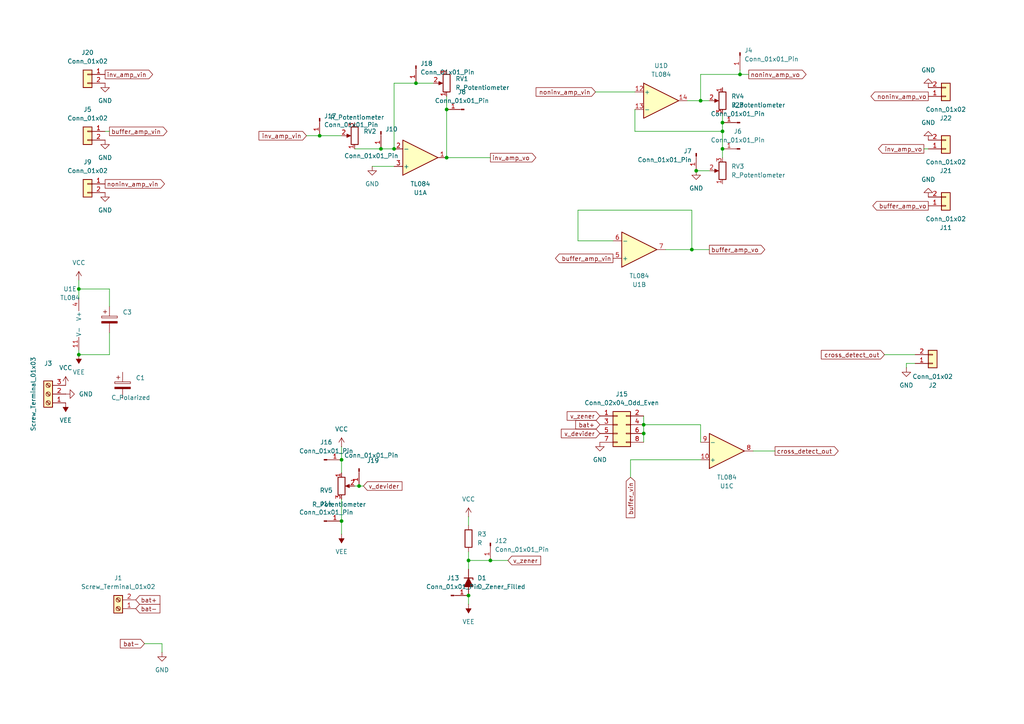
<source format=kicad_sch>
(kicad_sch (version 20250114) (generator "eeschema") (generator_version "9.0")
  (paper "A4")
  (lib_symbols
    (symbol "Amplifier_Operational:TL084" (pin_names (offset 0.127))
      (property "Reference" "U" (at 0 5.08 0))
      (property "Value" "TL084" (at 0 -5.08 0))
      (symbol "TL084_1_1"
        (polyline (pts (xy -5.08 5.08) (xy 5.08 0) (xy -5.08 -5.08) (xy -5.08 5.08)) (stroke (width 0.254)) (fill (type background)))
        (pin input line (at -7.62 2.54 0) (length 2.54) (name "+") (number "3"))
        (pin input line (at -7.62 -2.54 0) (length 2.54) (name "-") (number "2"))
        (pin output line (at 7.62 0 180) (length 2.54) (name "~") (number "1"))
      )
      (symbol "TL084_2_1"
        (polyline (pts (xy -5.08 5.08) (xy 5.08 0) (xy -5.08 -5.08) (xy -5.08 5.08)) (stroke (width 0.254)) (fill (type background)))
        (pin input line (at -7.62 2.54 0) (length 2.54) (name "+") (number "5"))
        (pin input line (at -7.62 -2.54 0) (length 2.54) (name "-") (number "6"))
        (pin output line (at 7.62 0 180) (length 2.54) (name "~") (number "7"))
      )
      (symbol "TL084_3_1"
        (polyline (pts (xy -5.08 5.08) (xy 5.08 0) (xy -5.08 -5.08) (xy -5.08 5.08)) (stroke (width 0.254)) (fill (type background)))
        (pin input line (at -7.62 2.54 0) (length 2.54) (name "+") (number "10"))
        (pin input line (at -7.62 -2.54 0) (length 2.54) (name "-") (number "9"))
        (pin output line (at 7.62 0 180) (length 2.54) (name "~") (number "8"))
      )
      (symbol "TL084_4_1"
        (polyline (pts (xy -5.08 5.08) (xy 5.08 0) (xy -5.08 -5.08) (xy -5.08 5.08)) (stroke (width 0.254)) (fill (type background)))
        (pin input line (at -7.62 2.54 0) (length 2.54) (name "+") (number "12"))
        (pin input line (at -7.62 -2.54 0) (length 2.54) (name "-") (number "13"))
        (pin output line (at 7.62 0 180) (length 2.54) (name "~") (number "14"))
      )
      (symbol "TL084_5_1"
        (pin power_in line (at -2.54 7.62 270) (length 3.81) (name "V+") (number "4"))
        (pin power_in line (at -2.54 -7.62 90) (length 3.81) (name "V-") (number "11"))
      )
    )
    (symbol "Connector:Conn_01x01_Pin" (pin_names (offset 1.016) (hide yes))
      (property "Reference" "J" (at 0 2.54 0))
      (property "Value" "Conn_01x01_Pin" (at 0 -2.54 0))
      (symbol "Conn_01x01_Pin_1_1"
        (rectangle (start 0.8636 0.127) (end 0 -0.127) (stroke (width 0.1524)) (fill (type outline)))
        (polyline (pts (xy 1.27 0) (xy 0.8636 0)) (stroke (width 0.1524)))
        (pin passive line (at 5.08 0 180) (length 3.81) (name "Pin_1") (number "1"))
      )
    )
    (symbol "Connector:Screw_Terminal_01x02" (pin_names (offset 1.016) (hide yes))
      (property "Reference" "J" (at 0 2.54 0))
      (property "Value" "Screw_Terminal_01x02" (at 0 -5.08 0))
      (symbol "Screw_Terminal_01x02_1_1"
        (rectangle (start -1.27 1.27) (end 1.27 -3.81) (stroke (width 0.254)) (fill (type background)))
        (polyline (pts (xy -0.5334 0.3302) (xy 0.3302 -0.508)) (stroke (width 0.1524)))
        (polyline (pts (xy -0.5334 -2.2098) (xy 0.3302 -3.048)) (stroke (width 0.1524)))
        (polyline (pts (xy -0.3556 0.508) (xy 0.508 -0.3302)) (stroke (width 0.1524)))
        (polyline (pts (xy -0.3556 -2.032) (xy 0.508 -2.8702)) (stroke (width 0.1524)))
        (circle (center 0 0) (radius 0.635) (stroke (width 0.1524)))
        (circle (center 0 -2.54) (radius 0.635) (stroke (width 0.1524)))
        (pin passive line (at -5.08 0 0) (length 3.81) (name "Pin_1") (number "1"))
        (pin passive line (at -5.08 -2.54 0) (length 3.81) (name "Pin_2") (number "2"))
      )
    )
    (symbol "Connector:Screw_Terminal_01x03" (pin_names (offset 1.016) (hide yes))
      (property "Reference" "J" (at 0 5.08 0))
      (property "Value" "Screw_Terminal_01x03" (at 0 -5.08 0))
      (symbol "Screw_Terminal_01x03_1_1"
        (rectangle (start -1.27 3.81) (end 1.27 -3.81) (stroke (width 0.254)) (fill (type background)))
        (polyline (pts (xy -0.5334 2.8702) (xy 0.3302 2.032)) (stroke (width 0.1524)))
        (polyline (pts (xy -0.5334 0.3302) (xy 0.3302 -0.508)) (stroke (width 0.1524)))
        (polyline (pts (xy -0.5334 -2.2098) (xy 0.3302 -3.048)) (stroke (width 0.1524)))
        (polyline (pts (xy -0.3556 3.048) (xy 0.508 2.2098)) (stroke (width 0.1524)))
        (polyline (pts (xy -0.3556 0.508) (xy 0.508 -0.3302)) (stroke (width 0.1524)))
        (polyline (pts (xy -0.3556 -2.032) (xy 0.508 -2.8702)) (stroke (width 0.1524)))
        (circle (center 0 2.54) (radius 0.635) (stroke (width 0.1524)))
        (circle (center 0 0) (radius 0.635) (stroke (width 0.1524)))
        (circle (center 0 -2.54) (radius 0.635) (stroke (width 0.1524)))
        (pin passive line (at -5.08 2.54 0) (length 3.81) (name "Pin_1") (number "1"))
        (pin passive line (at -5.08 0 0) (length 3.81) (name "Pin_2") (number "2"))
        (pin passive line (at -5.08 -2.54 0) (length 3.81) (name "Pin_3") (number "3"))
      )
    )
    (symbol "Connector_Generic:Conn_01x02" (pin_names (offset 1.016) (hide yes))
      (property "Reference" "J" (at 0 2.54 0))
      (property "Value" "Conn_01x02" (at 0 -5.08 0))
      (symbol "Conn_01x02_1_1"
        (rectangle (start -1.27 1.27) (end 1.27 -3.81) (stroke (width 0.254)) (fill (type background)))
        (rectangle (start -1.27 0.127) (end 0 -0.127) (stroke (width 0.1524)))
        (rectangle (start -1.27 -2.413) (end 0 -2.667) (stroke (width 0.1524)))
        (pin passive line (at -5.08 0 0) (length 3.81) (name "Pin_1") (number "1"))
        (pin passive line (at -5.08 -2.54 0) (length 3.81) (name "Pin_2") (number "2"))
      )
    )
    (symbol "Connector_Generic:Conn_02x04_Odd_Even" (pin_names (offset 1.016) (hide yes))
      (property "Reference" "J" (at 1.27 5.08 0))
      (property "Value" "Conn_02x04_Odd_Even" (at 1.27 -7.62 0))
      (symbol "Conn_02x04_Odd_Even_1_1"
        (rectangle (start -1.27 3.81) (end 3.81 -6.35) (stroke (width 0.254)) (fill (type background)))
        (rectangle (start -1.27 2.667) (end 0 2.413) (stroke (width 0.1524)))
        (rectangle (start -1.27 0.127) (end 0 -0.127) (stroke (width 0.1524)))
        (rectangle (start -1.27 -2.413) (end 0 -2.667) (stroke (width 0.1524)))
        (rectangle (start -1.27 -4.953) (end 0 -5.207) (stroke (width 0.1524)))
        (rectangle (start 3.81 2.667) (end 2.54 2.413) (stroke (width 0.1524)))
        (rectangle (start 3.81 0.127) (end 2.54 -0.127) (stroke (width 0.1524)))
        (rectangle (start 3.81 -2.413) (end 2.54 -2.667) (stroke (width 0.1524)))
        (rectangle (start 3.81 -4.953) (end 2.54 -5.207) (stroke (width 0.1524)))
        (pin passive line (at -5.08 2.54 0) (length 3.81) (name "Pin_1") (number "1"))
        (pin passive line (at -5.08 0 0) (length 3.81) (name "Pin_3") (number "3"))
        (pin passive line (at -5.08 -2.54 0) (length 3.81) (name "Pin_5") (number "5"))
        (pin passive line (at -5.08 -5.08 0) (length 3.81) (name "Pin_7") (number "7"))
        (pin passive line (at 7.62 2.54 180) (length 3.81) (name "Pin_2") (number "2"))
        (pin passive line (at 7.62 0 180) (length 3.81) (name "Pin_4") (number "4"))
        (pin passive line (at 7.62 -2.54 180) (length 3.81) (name "Pin_6") (number "6"))
        (pin passive line (at 7.62 -5.08 180) (length 3.81) (name "Pin_8") (number "8"))
      )
    )
    (symbol "Device:C_Polarized" (pin_numbers (hide yes)) (pin_names (offset 0.254))
      (property "Reference" "C" (at 0.635 2.54 0))
      (property "Value" "C_Polarized" (at 0.635 -2.54 0))
      (symbol "C_Polarized_0_1"
        (rectangle (start -2.286 0.508) (end 2.286 1.016))
        (polyline (pts (xy -1.778 2.286) (xy -0.762 2.286)))
        (polyline (pts (xy -1.27 2.794) (xy -1.27 1.778)))
        (rectangle (start 2.286 -0.508) (end -2.286 -1.016) (fill (type outline)))
      )
      (symbol "C_Polarized_1_1"
        (pin passive line (at 0 3.81 270) (length 2.794) (name "~") (number "1"))
        (pin passive line (at 0 -3.81 90) (length 2.794) (name "~") (number "2"))
      )
    )
    (symbol "Device:D_Zener_Filled" (pin_numbers (hide yes)) (pin_names (offset 1.016) (hide yes))
      (property "Reference" "D" (at 0 2.54 0))
      (property "Value" "D_Zener_Filled" (at 0 -2.54 0))
      (symbol "D_Zener_Filled_0_1"
        (polyline (pts (xy -1.27 -1.27) (xy -1.27 1.27) (xy -0.762 1.27)) (stroke (width 0.254)))
        (polyline (pts (xy 1.27 0) (xy -1.27 0)))
        (polyline (pts (xy 1.27 -1.27) (xy 1.27 1.27) (xy -1.27 0) (xy 1.27 -1.27)) (stroke (width 0.254)) (fill (type outline)))
      )
      (symbol "D_Zener_Filled_1_1"
        (pin passive line (at -3.81 0 0) (length 2.54) (name "K") (number "1"))
        (pin passive line (at 3.81 0 180) (length 2.54) (name "A") (number "2"))
      )
    )
    (symbol "Device:R" (pin_numbers (hide yes)) (pin_names (offset 0))
      (property "Reference" "R" (at 2.032 0 90))
      (property "Value" "R" (at 0 0 90))
      (symbol "R_0_1"
        (rectangle (start -1.016 -2.54) (end 1.016 2.54) (stroke (width 0.254)))
      )
      (symbol "R_1_1"
        (pin passive line (at 0 3.81 270) (length 1.27) (name "~") (number "1"))
        (pin passive line (at 0 -3.81 90) (length 1.27) (name "~") (number "2"))
      )
    )
    (symbol "Device:R_Potentiometer" (pin_names (offset 1.016) (hide yes))
      (property "Reference" "RV" (at -4.445 0 90))
      (property "Value" "R_Potentiometer" (at -2.54 0 90))
      (symbol "R_Potentiometer_0_1"
        (rectangle (start 1.016 2.54) (end -1.016 -2.54) (stroke (width 0.254)))
        (polyline (pts (xy 1.143 0) (xy 2.286 0.508) (xy 2.286 -0.508) (xy 1.143 0)) (fill (type outline)))
        (polyline (pts (xy 2.54 0) (xy 1.524 0)))
      )
      (symbol "R_Potentiometer_1_1"
        (pin passive line (at 0 3.81 270) (length 1.27) (name "1") (number "1"))
        (pin passive line (at 0 -3.81 90) (length 1.27) (name "3") (number "3"))
        (pin passive line (at 3.81 0 180) (length 1.27) (name "2") (number "2"))
      )
    )
    (symbol "power:GND" (power) (pin_numbers (hide yes)) (pin_names (offset 0) (hide yes))
      (property "Value" "GND" (at 0 -3.81 0))
      (symbol "GND_0_1"
        (polyline (pts (xy 0 0) (xy 0 -1.27) (xy 1.27 -1.27) (xy 0 -2.54) (xy -1.27 -1.27) (xy 0 -1.27)))
      )
      (symbol "GND_1_1"
        (pin power_in line (at 0 0 270) (length 0) (name "~") (number "1"))
      )
    )
    (symbol "power:VCC" (power) (pin_numbers (hide yes)) (pin_names (offset 0) (hide yes))
      (property "Value" "VCC" (at 0 3.556 0))
      (symbol "VCC_0_1"
        (polyline (pts (xy -0.762 1.27) (xy 0 2.54)))
        (polyline (pts (xy 0 2.54) (xy 0.762 1.27)))
        (polyline (pts (xy 0 0) (xy 0 2.54)))
      )
      (symbol "VCC_1_1"
        (pin power_in line (at 0 0 90) (length 0) (name "~") (number "1"))
      )
    )
    (symbol "power:VEE" (power) (pin_numbers (hide yes)) (pin_names (offset 0) (hide yes))
      (property "Value" "VEE" (at 0 3.556 0))
      (symbol "VEE_0_1"
        (polyline (pts (xy 0 0) (xy 0 2.54)))
        (polyline (pts (xy 0.762 1.27) (xy -0.762 1.27) (xy 0 2.54) (xy 0.762 1.27)) (fill (type outline)))
      )
      (symbol "VEE_1_1"
        (pin power_in line (at 0 0 90) (length 0) (name "~") (number "1"))
      )
    )
  )
  (junction (at 99.06 151.13))
  (junction (at 22.86 102.87))
  (junction (at 203.2 29.21))
  (junction (at 214.63 21.59))
  (junction (at 120.65 24.13))
  (junction (at 142.24 162.56))
  (junction (at 209.55 43.18))
  (junction (at 92.71 39.37))
  (junction (at 129.54 31.75))
  (junction (at 99.06 133.35))
  (junction (at 209.55 38.1))
  (junction (at 186.69 123.19))
  (junction (at 114.3 43.18))
  (junction (at 135.89 162.56))
  (junction (at 129.54 45.72))
  (junction (at 110.49 43.18))
  (junction (at 22.86 83.82))
  (junction (at 200.66 72.39))
  (junction (at 104.14 140.97))
  (junction (at 201.93 49.53))
  (junction (at 135.89 172.72))
  (junction (at 209.55 35.56))
  (junction (at 186.69 125.73))
  (wire (pts (xy 30.48 38.1) (xy 31.75 38.1)))
  (wire (pts (xy 129.54 31.75) (xy 129.54 27.94)))
  (wire (pts (xy 172.72 26.67) (xy 184.15 26.67)))
  (wire (pts (xy 114.3 24.13) (xy 120.65 24.13)))
  (wire (pts (xy 214.63 20.32) (xy 214.63 21.59)))
  (wire (pts (xy 200.66 72.39) (xy 205.74 72.39)))
  (wire (pts (xy 102.87 43.18) (xy 110.49 43.18)))
  (wire (pts (xy 129.54 45.72) (xy 129.54 31.75)))
  (wire (pts (xy 22.86 83.82) (xy 31.75 83.82)))
  (wire (pts (xy 88.9 39.37) (xy 92.71 39.37)))
  (wire (pts (xy 120.65 24.13) (xy 125.73 24.13)))
  (wire (pts (xy 203.2 29.21) (xy 205.74 29.21)))
  (wire (pts (xy 193.04 72.39) (xy 200.66 72.39)))
  (wire (pts (xy 209.55 35.56) (xy 209.55 38.1)))
  (wire (pts (xy 22.86 83.82) (xy 22.86 86.36)))
  (wire (pts (xy 99.06 144.78) (xy 99.06 151.13)))
  (wire (pts (xy 107.95 48.26) (xy 114.3 48.26)))
  (wire (pts (xy 41.91 186.69) (xy 46.99 186.69)))
  (wire (pts (xy 214.63 21.59) (xy 203.2 21.59)))
  (wire (pts (xy 262.89 106.68) (xy 262.89 105.41)))
  (wire (pts (xy 182.88 138.43) (xy 182.88 133.35)))
  (wire (pts (xy 142.24 162.56) (xy 147.32 162.56)))
  (wire (pts (xy 22.86 102.87) (xy 22.86 101.6)))
  (wire (pts (xy 201.93 49.53) (xy 205.74 49.53)))
  (wire (pts (xy 31.75 88.9) (xy 31.75 83.82)))
  (wire (pts (xy 209.55 33.02) (xy 209.55 35.56)))
  (wire (pts (xy 142.24 45.72) (xy 129.54 45.72)))
  (wire (pts (xy 135.89 149.86) (xy 135.89 152.4)))
  (wire (pts (xy 217.17 21.59) (xy 214.63 21.59)))
  (wire (pts (xy 224.79 130.81) (xy 218.44 130.81)))
  (wire (pts (xy 99.06 133.35) (xy 99.06 137.16)))
  (wire (pts (xy 269.24 43.18) (xy 267.97 43.18)))
  (wire (pts (xy 167.64 69.85) (xy 177.8 69.85)))
  (wire (pts (xy 256.54 102.87) (xy 265.43 102.87)))
  (wire (pts (xy 135.89 160.02) (xy 135.89 162.56)))
  (wire (pts (xy 262.89 105.41) (xy 265.43 105.41)))
  (wire (pts (xy 167.64 60.96) (xy 200.66 60.96)))
  (wire (pts (xy 22.86 102.87) (xy 31.75 102.87)))
  (wire (pts (xy 102.87 140.97) (xy 104.14 140.97)))
  (wire (pts (xy 184.15 38.1) (xy 209.55 38.1)))
  (wire (pts (xy 46.99 186.69) (xy 46.99 189.23)))
  (wire (pts (xy 31.75 96.52) (xy 31.75 102.87)))
  (wire (pts (xy 199.39 29.21) (xy 203.2 29.21)))
  (wire (pts (xy 104.14 140.97) (xy 105.41 140.97)))
  (wire (pts (xy 203.2 123.19) (xy 203.2 128.27)))
  (wire (pts (xy 92.71 39.37) (xy 99.06 39.37)))
  (wire (pts (xy 114.3 24.13) (xy 114.3 43.18)))
  (wire (pts (xy 209.55 38.1) (xy 209.55 43.18)))
  (wire (pts (xy 186.69 120.65) (xy 186.69 123.19)))
  (wire (pts (xy 99.06 151.13) (xy 99.06 154.94)))
  (wire (pts (xy 167.64 69.85) (xy 167.64 60.96)))
  (wire (pts (xy 186.69 125.73) (xy 186.69 128.27)))
  (wire (pts (xy 135.89 172.72) (xy 135.89 175.26)))
  (wire (pts (xy 110.49 43.18) (xy 114.3 43.18)))
  (wire (pts (xy 142.24 162.56) (xy 135.89 162.56)))
  (wire (pts (xy 203.2 21.59) (xy 203.2 29.21)))
  (wire (pts (xy 184.15 31.75) (xy 184.15 38.1)))
  (wire (pts (xy 200.66 60.96) (xy 200.66 72.39)))
  (wire (pts (xy 99.06 129.54) (xy 99.06 133.35)))
  (wire (pts (xy 135.89 162.56) (xy 135.89 165.1)))
  (wire (pts (xy 186.69 123.19) (xy 186.69 125.73)))
  (wire (pts (xy 186.69 123.19) (xy 203.2 123.19)))
  (wire (pts (xy 209.55 43.18) (xy 209.55 45.72)))
  (wire (pts (xy 22.86 81.28) (xy 22.86 83.82)))
  (wire (pts (xy 182.88 133.35) (xy 203.2 133.35)))
  (global_label "buffer_vin" (shape input) (at 182.88 138.43 270) (property "Intersheetrefs" "${INTERSHEET_REFS}" (effects (hide yes))))
  (global_label "bat-" (shape input) (at 39.37 176.53 0) (property "Intersheetrefs" "${INTERSHEET_REFS}" (effects (hide yes))))
  (global_label "bat+" (shape input) (at 39.37 173.99 0) (property "Intersheetrefs" "${INTERSHEET_REFS}" (effects (hide yes))))
  (global_label "v_devider" (shape input) (at 173.99 125.73 180) (property "Intersheetrefs" "${INTERSHEET_REFS}" (effects (hide yes))))
  (global_label "v_devider" (shape input) (at 105.41 140.97 0) (property "Intersheetrefs" "${INTERSHEET_REFS}" (effects (hide yes))))
  (global_label "inv_amp_vin" (shape input) (at 88.9 39.37 180) (property "Intersheetrefs" "${INTERSHEET_REFS}" (effects (hide yes))))
  (global_label "inv_amp_vo" (shape output) (at 267.97 43.18 180) (property "Intersheetrefs" "${INTERSHEET_REFS}" (effects (hide yes))))
  (global_label "bat+" (shape input) (at 173.99 123.19 180) (property "Intersheetrefs" "${INTERSHEET_REFS}" (effects (hide yes))))
  (global_label "cross_detect_out" (shape output) (at 224.79 130.81 0) (property "Intersheetrefs" "${INTERSHEET_REFS}" (effects (hide yes))))
  (global_label "noninv_amp_vo" (shape output) (at 269.24 27.94 180) (property "Intersheetrefs" "${INTERSHEET_REFS}" (effects (hide yes))))
  (global_label "noninv_amp_vin" (shape input) (at 172.72 26.67 180) (property "Intersheetrefs" "${INTERSHEET_REFS}" (effects (hide yes))))
  (global_label "cross_detect_out" (shape input) (at 256.54 102.87 180) (property "Intersheetrefs" "${INTERSHEET_REFS}" (effects (hide yes))))
  (global_label "buffer_amp_vo" (shape output) (at 269.24 59.69 180) (property "Intersheetrefs" "${INTERSHEET_REFS}" (effects (hide yes))))
  (global_label "v_zener" (shape input) (at 173.99 120.65 180) (property "Intersheetrefs" "${INTERSHEET_REFS}" (effects (hide yes))))
  (global_label "noninv_amp_vo" (shape output) (at 217.17 21.59 0) (property "Intersheetrefs" "${INTERSHEET_REFS}" (effects (hide yes))))
  (global_label "bat-" (shape input) (at 41.91 186.69 180) (property "Intersheetrefs" "${INTERSHEET_REFS}" (effects (hide yes))))
  (global_label "noninv_amp_vin" (shape output) (at 30.48 53.34 0) (property "Intersheetrefs" "${INTERSHEET_REFS}" (effects (hide yes))))
  (global_label "inv_amp_vin" (shape output) (at 30.48 21.59 0) (property "Intersheetrefs" "${INTERSHEET_REFS}" (effects (hide yes))))
  (global_label "inv_amp_vo" (shape output) (at 142.24 45.72 0) (property "Intersheetrefs" "${INTERSHEET_REFS}" (effects (hide yes))))
  (global_label "buffer_amp_vin" (shape output) (at 31.75 38.1 0) (property "Intersheetrefs" "${INTERSHEET_REFS}" (effects (hide yes))))
  (global_label "v_zener" (shape input) (at 147.32 162.56 0) (property "Intersheetrefs" "${INTERSHEET_REFS}" (effects (hide yes))))
  (global_label "buffer_amp_vin" (shape output) (at 177.8 74.93 180) (property "Intersheetrefs" "${INTERSHEET_REFS}" (effects (hide yes))))
  (global_label "buffer_amp_vo" (shape output) (at 205.74 72.39 0) (property "Intersheetrefs" "${INTERSHEET_REFS}" (effects (hide yes))))
  (symbol (lib_id "Connector_Generic:Conn_01x02") (at 274.32 43.18 0) (mirror x) (unit 1)
    (property "Reference" "J21" (at 274.32 49.53 0))
    (property "Value" "Conn_01x02" (at 274.32 46.99 0))
    (property "Footprint" "Connector_PinHeader_2.54mm:PinHeader_1x02_P2.54mm_Vertical" (effects (hide yes)))
    (property "Description" "Generic connector, single row, 01x02, script generated (kicad-library-utils/schlib/autogen/connector/)" (effects (hide yes)))
  )
  (symbol (lib_id "Device:D_Zener_Filled") (at 135.89 168.91 270) (unit 1)
    (property "Reference" "D1" (at 138.43 167.6399 90) (effects (justify left)))
    (property "Value" "D_Zener_Filled" (at 138.43 170.1799 90) (effects (justify left)))
    (property "Footprint" "Diode_THT:D_A-405_P10.16mm_Horizontal" (effects (hide yes)))
    (property "Description" "Zener diode, filled shape" (effects (hide yes)))
  )
  (symbol (lib_id "Connector:Conn_01x01_Pin") (at 120.65 19.05 270) (unit 1)
    (property "Reference" "J18" (at 121.92 18.4149 90) (effects (justify left)))
    (property "Value" "Conn_01x01_Pin" (at 121.92 20.9549 90) (effects (justify left)))
    (property "Footprint" "Connector_PinHeader_2.54mm:PinHeader_1x01_P2.54mm_Vertical" (effects (hide yes)))
    (property "Description" "Generic connector, single row, 01x01, script generated" (effects (hide yes)))
  )
  (symbol (lib_id "Amplifier_Operational:TL084") (at 185.42 72.39 0) (mirror x) (unit 2)
    (property "Reference" "U1" (at 185.42 82.55 0))
    (property "Value" "TL084" (at 185.42 80.01 0))
    (property "Footprint" "Package_DIP:DIP-14_W7.62mm_Socket_LongPads" (effects (hide yes)))
    (property "Datasheet" "http://www.ti.com/lit/ds/symlink/tl081.pdf" (effects (hide yes)))
    (property "Description" "Quad JFET-Input Operational Amplifiers, DIP-14/SOIC-14/SSOP-14" (effects (hide yes)))
  )
  (symbol (lib_id "power:VEE") (at 19.05 116.84 180) (unit 1)
    (property "Reference" "#PWR010" (effects (hide yes)))
    (property "Value" "VEE" (at 19.05 121.92 0))
    (property "Description" "Power symbol creates a global label with name \"VEE\"" (effects (hide yes)))
  )
  (symbol (lib_id "Connector:Conn_01x01_Pin") (at 142.24 157.48 270) (unit 1)
    (property "Reference" "J12" (at 143.51 156.8449 90) (effects (justify left)))
    (property "Value" "Conn_01x01_Pin" (at 143.51 159.3849 90) (effects (justify left)))
    (property "Footprint" "Connector_PinHeader_2.54mm:PinHeader_1x01_P2.54mm_Vertical" (effects (hide yes)))
    (property "Description" "Generic connector, single row, 01x01, script generated" (effects (hide yes)))
  )
  (symbol (lib_id "Connector_Generic:Conn_01x02") (at 25.4 53.34 0) (mirror y) (unit 1)
    (property "Reference" "J9" (at 25.4 46.99 0))
    (property "Value" "Conn_01x02" (at 25.4 49.53 0))
    (property "Footprint" "Connector_PinHeader_2.54mm:PinHeader_1x02_P2.54mm_Vertical" (effects (hide yes)))
    (property "Description" "Generic connector, single row, 01x02, script generated (kicad-library-utils/schlib/autogen/connector/)" (effects (hide yes)))
  )
  (symbol (lib_id "Device:R_Potentiometer") (at 99.06 140.97 0) (unit 1)
    (property "Reference" "RV5" (at 96.52 142.2401 0) (effects (justify right)))
    (property "Value" "R_Potentiometer" (at 106.172 146.304 0) (effects (justify right)))
    (property "Footprint" "Potentiometer_THT:Potentiometer_Bourns_3296W_Vertical" (effects (hide yes)))
    (property "Description" "Potentiometer" (effects (hide yes)))
  )
  (symbol (lib_id "power:VEE") (at 22.86 102.87 180) (unit 1)
    (property "Reference" "#PWR011" (effects (hide yes)))
    (property "Value" "VEE" (at 22.86 107.95 0))
    (property "Description" "Power symbol creates a global label with name \"VEE\"" (effects (hide yes)))
  )
  (symbol (lib_id "power:VEE") (at 135.89 175.26 180) (unit 1)
    (property "Reference" "#PWR04" (effects (hide yes)))
    (property "Value" "VEE" (at 135.89 180.34 0))
    (property "Description" "Power symbol creates a global label with name \"VEE\"" (effects (hide yes)))
  )
  (symbol (lib_id "power:GND") (at 46.99 189.23 0) (unit 1)
    (property "Reference" "#PWR05" (effects (hide yes)))
    (property "Value" "GND" (at 46.99 194.31 0))
    (property "Description" "Power symbol creates a global label with name \"GND\" , ground" (effects (hide yes)))
  )
  (symbol (lib_id "Connector:Conn_01x01_Pin") (at 104.14 135.89 90) (mirror x) (unit 1)
    (property "Reference" "J19" (at 109.982 133.604 90) (effects (justify left)))
    (property "Value" "Conn_01x01_Pin" (at 115.57 132.08 90) (effects (justify left)))
    (property "Footprint" "Connector_PinHeader_2.54mm:PinHeader_1x01_P2.54mm_Vertical" (effects (hide yes)))
    (property "Description" "Generic connector, single row, 01x01, script generated" (effects (hide yes)))
  )
  (symbol (lib_id "Connector:Conn_01x01_Pin") (at 134.62 31.75 180) (unit 1)
    (property "Reference" "J8" (at 133.985 26.67 0))
    (property "Value" "Conn_01x01_Pin" (at 133.985 29.21 0))
    (property "Footprint" "Connector_PinHeader_2.54mm:PinHeader_1x01_P2.54mm_Vertical" (effects (hide yes)))
    (property "Description" "Generic connector, single row, 01x01, script generated" (effects (hide yes)))
  )
  (symbol (lib_id "power:GND") (at 269.24 40.64 180) (unit 1)
    (property "Reference" "#PWR021" (effects (hide yes)))
    (property "Value" "GND" (at 269.24 35.56 0))
    (property "Description" "Power symbol creates a global label with name \"GND\" , ground" (effects (hide yes)))
  )
  (symbol (lib_id "power:GND") (at 269.24 25.4 180) (unit 1)
    (property "Reference" "#PWR022" (effects (hide yes)))
    (property "Value" "GND" (at 269.24 20.32 0))
    (property "Description" "Power symbol creates a global label with name \"GND\" , ground" (effects (hide yes)))
  )
  (symbol (lib_id "Device:R_Potentiometer") (at 209.55 49.53 180) (unit 1)
    (property "Reference" "RV3" (at 212.09 48.2599 0) (effects (justify right)))
    (property "Value" "R_Potentiometer" (at 212.09 50.7999 0) (effects (justify right)))
    (property "Footprint" "Potentiometer_THT:Potentiometer_Bourns_3296W_Vertical" (effects (hide yes)))
    (property "Description" "Potentiometer" (effects (hide yes)))
  )
  (symbol (lib_id "Device:R") (at 135.89 156.21 0) (unit 1)
    (property "Reference" "R3" (at 138.43 154.9399 0) (effects (justify left)))
    (property "Value" "R" (at 138.43 157.4799 0) (effects (justify left)))
    (property "Footprint" "Resistor_THT:R_Axial_DIN0207_L6.3mm_D2.5mm_P7.62mm_Horizontal" (effects (hide yes)))
    (property "Description" "Resistor" (effects (hide yes)))
  )
  (symbol (lib_id "Connector:Conn_01x01_Pin") (at 93.98 151.13 0) (unit 1)
    (property "Reference" "J14" (at 94.615 146.05 0))
    (property "Value" "Conn_01x01_Pin" (at 94.615 148.59 0))
    (property "Footprint" "Connector_PinHeader_2.54mm:PinHeader_1x01_P2.54mm_Vertical" (effects (hide yes)))
    (property "Description" "Generic connector, single row, 01x01, script generated" (effects (hide yes)))
  )
  (symbol (lib_id "power:GND") (at 269.24 57.15 180) (unit 1)
    (property "Reference" "#PWR020" (effects (hide yes)))
    (property "Value" "GND" (at 269.24 52.07 0))
    (property "Description" "Power symbol creates a global label with name \"GND\" , ground" (effects (hide yes)))
  )
  (symbol (lib_id "Device:R_Potentiometer") (at 209.55 29.21 0) (mirror y) (unit 1)
    (property "Reference" "RV4" (at 212.09 27.9399 0) (effects (justify right)))
    (property "Value" "R_Potentiometer" (at 212.09 30.4799 0) (effects (justify right)))
    (property "Footprint" "Potentiometer_THT:Potentiometer_Bourns_3296W_Vertical" (effects (hide yes)))
    (property "Description" "Potentiometer" (effects (hide yes)))
  )
  (symbol (lib_id "Connector:Conn_01x01_Pin") (at 93.98 133.35 0) (unit 1)
    (property "Reference" "J16" (at 94.615 128.27 0))
    (property "Value" "Conn_01x01_Pin" (at 94.615 130.81 0))
    (property "Footprint" "Connector_PinHeader_2.54mm:PinHeader_1x01_P2.54mm_Vertical" (effects (hide yes)))
    (property "Description" "Generic connector, single row, 01x01, script generated" (effects (hide yes)))
  )
  (symbol (lib_id "Connector_Generic:Conn_01x02") (at 25.4 38.1 0) (mirror y) (unit 1)
    (property "Reference" "J5" (at 25.4 31.75 0))
    (property "Value" "Conn_01x02" (at 25.4 34.29 0))
    (property "Footprint" "Connector_PinHeader_2.54mm:PinHeader_1x02_P2.54mm_Vertical" (effects (hide yes)))
    (property "Description" "Generic connector, single row, 01x02, script generated (kicad-library-utils/schlib/autogen/connector/)" (effects (hide yes)))
  )
  (symbol (lib_id "Connector_Generic:Conn_01x02") (at 274.32 59.69 0) (mirror x) (unit 1)
    (property "Reference" "J11" (at 274.32 66.04 0))
    (property "Value" "Conn_01x02" (at 274.32 63.5 0))
    (property "Footprint" "Connector_PinHeader_2.54mm:PinHeader_1x02_P2.54mm_Vertical" (effects (hide yes)))
    (property "Description" "Generic connector, single row, 01x02, script generated (kicad-library-utils/schlib/autogen/connector/)" (effects (hide yes)))
  )
  (symbol (lib_id "Connector_Generic:Conn_01x02") (at 274.32 27.94 0) (mirror x) (unit 1)
    (property "Reference" "J22" (at 274.32 34.29 0))
    (property "Value" "Conn_01x02" (at 274.32 31.75 0))
    (property "Footprint" "Connector_PinHeader_2.54mm:PinHeader_1x02_P2.54mm_Vertical" (effects (hide yes)))
    (property "Description" "Generic connector, single row, 01x02, script generated (kicad-library-utils/schlib/autogen/connector/)" (effects (hide yes)))
  )
  (symbol (lib_id "power:VEE") (at 99.06 154.94 180) (unit 1)
    (property "Reference" "#PWR03" (effects (hide yes)))
    (property "Value" "VEE" (at 99.06 160.02 0))
    (property "Description" "Power symbol creates a global label with name \"VEE\"" (effects (hide yes)))
  )
  (symbol (lib_id "power:VCC") (at 135.89 149.86 0) (unit 1)
    (property "Reference" "#PWR07" (effects (hide yes)))
    (property "Value" "VCC" (at 135.89 144.78 0))
    (property "Description" "Power symbol creates a global label with name \"VCC\"" (effects (hide yes)))
  )
  (symbol (lib_id "Connector:Screw_Terminal_01x03") (at 13.97 114.3 180) (unit 1)
    (property "Reference" "J3" (at 13.97 105.41 0))
    (property "Value" "Screw_Terminal_01x03" (at 9.652 114.3 90))
    (property "Footprint" "TerminalBlock:TerminalBlock_bornier-3_P5.08mm" (effects (hide yes)))
    (property "Description" "Generic screw terminal, single row, 01x03, script generated (kicad-library-utils/schlib/autogen/connector/)" (effects (hide yes)))
  )
  (symbol (lib_id "Connector:Screw_Terminal_01x02") (at 34.29 176.53 180) (unit 1)
    (property "Reference" "J1" (at 34.29 167.64 0))
    (property "Value" "Screw_Terminal_01x02" (at 34.29 170.18 0))
    (property "Footprint" "Connector_PinHeader_2.54mm:PinHeader_1x02_P2.54mm_Vertical" (effects (hide yes)))
    (property "Description" "Generic screw terminal, single row, 01x02, script generated (kicad-library-utils/schlib/autogen/connector/)" (effects (hide yes)))
  )
  (symbol (lib_id "Amplifier_Operational:TL084") (at 191.77 29.21 0) (unit 4)
    (property "Reference" "U1" (at 191.77 19.05 0))
    (property "Value" "TL084" (at 191.77 21.59 0))
    (property "Footprint" "Package_DIP:DIP-14_W7.62mm_Socket_LongPads" (effects (hide yes)))
    (property "Datasheet" "http://www.ti.com/lit/ds/symlink/tl081.pdf" (effects (hide yes)))
    (property "Description" "Quad JFET-Input Operational Amplifiers, DIP-14/SOIC-14/SSOP-14" (effects (hide yes)))
  )
  (symbol (lib_id "Device:R_Potentiometer") (at 102.87 39.37 180) (unit 1)
    (property "Reference" "RV2" (at 105.41 38.0999 0) (effects (justify right)))
    (property "Value" "R_Potentiometer" (at 95.758 34.036 0) (effects (justify right)))
    (property "Footprint" "Potentiometer_THT:Potentiometer_Bourns_3296W_Vertical" (effects (hide yes)))
    (property "Description" "Potentiometer" (effects (hide yes)))
  )
  (symbol (lib_id "power:GND") (at 19.05 114.3 90) (unit 1)
    (property "Reference" "#PWR08" (effects (hide yes)))
    (property "Value" "GND" (at 22.86 114.2999 90) (effects (justify right)))
    (property "Description" "Power symbol creates a global label with name \"GND\" , ground" (effects (hide yes)))
  )
  (symbol (lib_id "Device:C_Polarized") (at 31.75 92.71 0) (unit 1)
    (property "Reference" "C3" (at 35.56 90.5509 0) (effects (justify left)))
    (property "Value" "C_Polarized" (effects (hide yes)))
    (property "Footprint" "Capacitor_THT:CP_Radial_D8.0mm_P5.00mm" (effects (hide yes)))
    (property "Description" "Polarized capacitor" (effects (hide yes)))
  )
  (symbol (lib_id "power:VCC") (at 19.05 111.76 0) (unit 1)
    (property "Reference" "#PWR09" (effects (hide yes)))
    (property "Value" "VCC" (at 19.05 106.68 0))
    (property "Description" "Power symbol creates a global label with name \"VCC\"" (effects (hide yes)))
  )
  (symbol (lib_id "power:GND") (at 173.99 128.27 0) (unit 1)
    (property "Reference" "#PWR013" (effects (hide yes)))
    (property "Value" "GND" (at 173.99 133.35 0))
    (property "Description" "Power symbol creates a global label with name \"GND\" , ground" (effects (hide yes)))
  )
  (symbol (lib_id "Connector:Conn_01x01_Pin") (at 214.63 35.56 180) (unit 1)
    (property "Reference" "J23" (at 213.995 30.48 0))
    (property "Value" "Conn_01x01_Pin" (at 213.995 33.02 0))
    (property "Footprint" "Connector_PinHeader_2.54mm:PinHeader_1x01_P2.54mm_Vertical" (effects (hide yes)))
    (property "Description" "Generic connector, single row, 01x01, script generated" (effects (hide yes)))
  )
  (symbol (lib_id "power:VCC") (at 99.06 129.54 0) (unit 1)
    (property "Reference" "#PWR06" (effects (hide yes)))
    (property "Value" "VCC" (at 99.06 124.46 0))
    (property "Description" "Power symbol creates a global label with name \"VCC\"" (effects (hide yes)))
  )
  (symbol (lib_id "Device:C_Polarized") (at 35.56 111.76 0) (unit 1)
    (property "Reference" "C1" (at 39.37 109.6009 0) (effects (justify left)))
    (property "Value" "C_Polarized" (at 32.258 115.316 0) (effects (justify left)))
    (property "Footprint" "Capacitor_THT:CP_Radial_D8.0mm_P5.00mm" (effects (hide yes)))
    (property "Description" "Polarized capacitor" (effects (hide yes)))
  )
  (symbol (lib_id "power:GND") (at 30.48 24.13 0) (unit 1)
    (property "Reference" "#PWR018" (effects (hide yes)))
    (property "Value" "GND" (at 30.48 29.21 0))
    (property "Description" "Power symbol creates a global label with name \"GND\" , ground" (effects (hide yes)))
  )
  (symbol (lib_id "Connector:Conn_01x01_Pin") (at 214.63 43.18 180) (unit 1)
    (property "Reference" "J6" (at 213.995 38.1 0))
    (property "Value" "Conn_01x01_Pin" (at 213.995 40.64 0))
    (property "Footprint" "Connector_PinHeader_2.54mm:PinHeader_1x01_P2.54mm_Vertical" (effects (hide yes)))
    (property "Description" "Generic connector, single row, 01x01, script generated" (effects (hide yes)))
  )
  (symbol (lib_id "power:GND") (at 262.89 106.68 0) (unit 1)
    (property "Reference" "#PWR016" (effects (hide yes)))
    (property "Value" "GND" (at 262.89 111.76 0))
    (property "Description" "Power symbol creates a global label with name \"GND\" , ground" (effects (hide yes)))
  )
  (symbol (lib_id "power:GND") (at 30.48 40.64 0) (unit 1)
    (property "Reference" "#PWR017" (effects (hide yes)))
    (property "Value" "GND" (at 30.48 45.72 0))
    (property "Description" "Power symbol creates a global label with name \"GND\" , ground" (effects (hide yes)))
  )
  (symbol (lib_id "Connector_Generic:Conn_01x02") (at 25.4 21.59 0) (mirror y) (unit 1)
    (property "Reference" "J20" (at 25.4 15.24 0))
    (property "Value" "Conn_01x02" (at 25.4 17.78 0))
    (property "Footprint" "Connector_PinHeader_2.54mm:PinHeader_1x02_P2.54mm_Vertical" (effects (hide yes)))
    (property "Description" "Generic connector, single row, 01x02, script generated (kicad-library-utils/schlib/autogen/connector/)" (effects (hide yes)))
  )
  (symbol (lib_id "Device:R_Potentiometer") (at 129.54 24.13 180) (unit 1)
    (property "Reference" "RV1" (at 132.08 22.8599 0) (effects (justify right)))
    (property "Value" "R_Potentiometer" (at 132.08 25.3999 0) (effects (justify right)))
    (property "Footprint" "Potentiometer_THT:Potentiometer_Bourns_3296W_Vertical" (effects (hide yes)))
    (property "Description" "Potentiometer" (effects (hide yes)))
  )
  (symbol (lib_id "Connector_Generic:Conn_01x02") (at 270.51 105.41 0) (mirror x) (unit 1)
    (property "Reference" "J2" (at 270.51 111.76 0))
    (property "Value" "Conn_01x02" (at 270.51 109.22 0))
    (property "Footprint" "Connector_PinHeader_2.54mm:PinHeader_1x02_P2.54mm_Vertical" (effects (hide yes)))
    (property "Description" "Generic connector, single row, 01x02, script generated (kicad-library-utils/schlib/autogen/connector/)" (effects (hide yes)))
  )
  (symbol (lib_id "Amplifier_Operational:TL084") (at 210.82 130.81 0) (mirror x) (unit 3)
    (property "Reference" "U1" (at 210.82 140.97 0))
    (property "Value" "TL084" (at 210.82 138.43 0))
    (property "Footprint" "Package_DIP:DIP-14_W7.62mm_Socket_LongPads" (effects (hide yes)))
    (property "Datasheet" "http://www.ti.com/lit/ds/symlink/tl081.pdf" (effects (hide yes)))
    (property "Description" "Quad JFET-Input Operational Amplifiers, DIP-14/SOIC-14/SSOP-14" (effects (hide yes)))
  )
  (symbol (lib_id "Connector:Conn_01x01_Pin") (at 201.93 44.45 90) (mirror x) (unit 1)
    (property "Reference" "J7" (at 200.66 43.8149 90) (effects (justify left)))
    (property "Value" "Conn_01x01_Pin" (at 200.66 46.3549 90) (effects (justify left)))
    (property "Footprint" "Connector_PinHeader_2.54mm:PinHeader_1x01_P2.54mm_Vertical" (effects (hide yes)))
    (property "Description" "Generic connector, single row, 01x01, script generated" (effects (hide yes)))
  )
  (symbol (lib_id "Connector_Generic:Conn_02x04_Odd_Even") (at 179.07 123.19 0) (unit 1)
    (property "Reference" "J15" (at 180.34 114.3 0))
    (property "Value" "Conn_02x04_Odd_Even" (at 180.34 116.84 0))
    (property "Description" "Generic connector, double row, 02x04, odd/even pin numbering scheme (row 1 odd numbers, row 2 even numbers), script generated (kicad-library-utils/schlib/autogen/connector/)" (effects (hide yes)))
  )
  (symbol (lib_id "Amplifier_Operational:TL084") (at 121.92 45.72 0) (mirror x) (unit 1)
    (property "Reference" "U1" (at 121.92 55.88 0))
    (property "Value" "TL084" (at 121.92 53.34 0))
    (property "Footprint" "Package_DIP:DIP-14_W7.62mm_Socket_LongPads" (effects (hide yes)))
    (property "Datasheet" "http://www.ti.com/lit/ds/symlink/tl081.pdf" (effects (hide yes)))
    (property "Description" "Quad JFET-Input Operational Amplifiers, DIP-14/SOIC-14/SSOP-14" (effects (hide yes)))
  )
  (symbol (lib_id "Connector:Conn_01x01_Pin") (at 130.81 172.72 0) (unit 1)
    (property "Reference" "J13" (at 131.445 167.64 0))
    (property "Value" "Conn_01x01_Pin" (at 131.445 170.18 0))
    (property "Footprint" "Connector_PinHeader_2.54mm:PinHeader_1x01_P2.54mm_Vertical" (effects (hide yes)))
    (property "Description" "Generic connector, single row, 01x01, script generated" (effects (hide yes)))
  )
  (symbol (lib_id "power:GND") (at 30.48 55.88 0) (unit 1)
    (property "Reference" "#PWR019" (effects (hide yes)))
    (property "Value" "GND" (at 30.48 60.96 0))
    (property "Description" "Power symbol creates a global label with name \"GND\" , ground" (effects (hide yes)))
  )
  (symbol (lib_id "power:GND") (at 201.93 49.53 0) (unit 1)
    (property "Reference" "#PWR02" (effects (hide yes)))
    (property "Value" "GND" (at 201.93 54.61 0))
    (property "Description" "Power symbol creates a global label with name \"GND\" , ground" (effects (hide yes)))
  )
  (symbol (lib_id "Amplifier_Operational:TL084") (at 20.32 93.98 0) (mirror y) (unit 5)
    (property "Reference" "U1" (at 20.32 83.82 0))
    (property "Value" "TL084" (at 20.32 86.36 0))
    (property "Footprint" "Package_DIP:DIP-14_W7.62mm_Socket_LongPads" (effects (hide yes)))
    (property "Datasheet" "http://www.ti.com/lit/ds/symlink/tl081.pdf" (effects (hide yes)))
    (property "Description" "Quad JFET-Input Operational Amplifiers, DIP-14/SOIC-14/SSOP-14" (effects (hide yes)))
  )
  (symbol (lib_id "Connector:Conn_01x01_Pin") (at 214.63 15.24 270) (unit 1)
    (property "Reference" "J4" (at 215.9 14.6049 90) (effects (justify left)))
    (property "Value" "Conn_01x01_Pin" (at 215.9 17.1449 90) (effects (justify left)))
    (property "Footprint" "Connector_PinHeader_2.54mm:PinHeader_1x01_P2.54mm_Vertical" (effects (hide yes)))
    (property "Description" "Generic connector, single row, 01x01, script generated" (effects (hide yes)))
  )
  (symbol (lib_id "Connector:Conn_01x01_Pin") (at 92.71 34.29 270) (unit 1)
    (property "Reference" "J17" (at 93.98 33.6549 90) (effects (justify left)))
    (property "Value" "Conn_01x01_Pin" (at 93.98 36.1949 90) (effects (justify left)))
    (property "Footprint" "Connector_PinHeader_2.54mm:PinHeader_1x01_P2.54mm_Vertical" (effects (hide yes)))
    (property "Description" "Generic connector, single row, 01x01, script generated" (effects (hide yes)))
  )
  (symbol (lib_id "power:GND") (at 107.95 48.26 0) (unit 1)
    (property "Reference" "#PWR01" (effects (hide yes)))
    (property "Value" "GND" (at 107.95 53.34 0))
    (property "Description" "Power symbol creates a global label with name \"GND\" , ground" (effects (hide yes)))
  )
  (symbol (lib_id "Connector:Conn_01x01_Pin") (at 110.49 38.1 270) (unit 1)
    (property "Reference" "J10" (at 111.76 37.4649 90) (effects (justify left)))
    (property "Value" "Conn_01x01_Pin" (at 99.822 45.212 90) (effects (justify left)))
    (property "Footprint" "Connector_PinHeader_2.54mm:PinHeader_1x01_P2.54mm_Vertical" (effects (hide yes)))
    (property "Description" "Generic connector, single row, 01x01, script generated" (effects (hide yes)))
  )
  (symbol (lib_id "power:VCC") (at 22.86 81.28 0) (unit 1)
    (property "Reference" "#PWR012" (effects (hide yes)))
    (property "Value" "VCC" (at 22.86 76.2 0))
    (property "Description" "Power symbol creates a global label with name \"VCC\"" (effects (hide yes)))
  )
)
</source>
